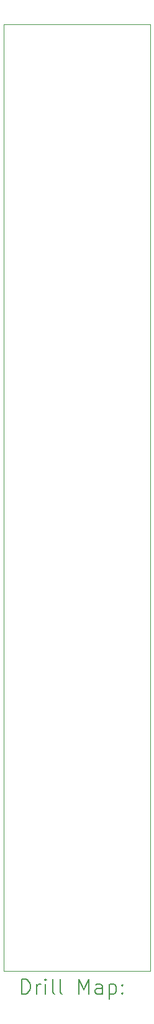
<source format=gbr>
%TF.GenerationSoftware,KiCad,Pcbnew,7.0.1.1-36-gbcf78dbe24-dirty-deb11*%
%TF.CreationDate,Date%
%TF.ProjectId,RP2040-VCO,52503230-3430-42d5-9643-4f2e6b696361,rev?*%
%TF.SameCoordinates,Original*%
%TF.FileFunction,Drillmap*%
%TF.FilePolarity,Positive*%
%FSLAX45Y45*%
G04 Gerber Fmt 4.5, Leading zero omitted, Abs format (unit mm)*
G04 Created by KiCad*
%MOMM*%
%LPD*%
G01*
G04 APERTURE LIST*
%ADD10C,0.050000*%
%ADD11C,0.200000*%
G04 APERTURE END LIST*
D10*
X13150000Y-2700000D02*
X13150000Y-15550000D01*
X11150000Y-15550000D02*
X11150000Y-15100000D01*
X11150000Y-2700000D02*
X11150000Y-15100000D01*
X13150000Y-15550000D02*
X11150000Y-15550000D01*
X11150000Y-2700000D02*
X13150000Y-2700000D01*
D11*
X11395119Y-15865024D02*
X11395119Y-15665024D01*
X11395119Y-15665024D02*
X11442738Y-15665024D01*
X11442738Y-15665024D02*
X11471309Y-15674548D01*
X11471309Y-15674548D02*
X11490357Y-15693595D01*
X11490357Y-15693595D02*
X11499881Y-15712643D01*
X11499881Y-15712643D02*
X11509405Y-15750738D01*
X11509405Y-15750738D02*
X11509405Y-15779309D01*
X11509405Y-15779309D02*
X11499881Y-15817405D01*
X11499881Y-15817405D02*
X11490357Y-15836452D01*
X11490357Y-15836452D02*
X11471309Y-15855500D01*
X11471309Y-15855500D02*
X11442738Y-15865024D01*
X11442738Y-15865024D02*
X11395119Y-15865024D01*
X11595119Y-15865024D02*
X11595119Y-15731690D01*
X11595119Y-15769786D02*
X11604643Y-15750738D01*
X11604643Y-15750738D02*
X11614166Y-15741214D01*
X11614166Y-15741214D02*
X11633214Y-15731690D01*
X11633214Y-15731690D02*
X11652262Y-15731690D01*
X11718928Y-15865024D02*
X11718928Y-15731690D01*
X11718928Y-15665024D02*
X11709405Y-15674548D01*
X11709405Y-15674548D02*
X11718928Y-15684071D01*
X11718928Y-15684071D02*
X11728452Y-15674548D01*
X11728452Y-15674548D02*
X11718928Y-15665024D01*
X11718928Y-15665024D02*
X11718928Y-15684071D01*
X11842738Y-15865024D02*
X11823690Y-15855500D01*
X11823690Y-15855500D02*
X11814166Y-15836452D01*
X11814166Y-15836452D02*
X11814166Y-15665024D01*
X11947500Y-15865024D02*
X11928452Y-15855500D01*
X11928452Y-15855500D02*
X11918928Y-15836452D01*
X11918928Y-15836452D02*
X11918928Y-15665024D01*
X12176071Y-15865024D02*
X12176071Y-15665024D01*
X12176071Y-15665024D02*
X12242738Y-15807881D01*
X12242738Y-15807881D02*
X12309405Y-15665024D01*
X12309405Y-15665024D02*
X12309405Y-15865024D01*
X12490357Y-15865024D02*
X12490357Y-15760262D01*
X12490357Y-15760262D02*
X12480833Y-15741214D01*
X12480833Y-15741214D02*
X12461786Y-15731690D01*
X12461786Y-15731690D02*
X12423690Y-15731690D01*
X12423690Y-15731690D02*
X12404643Y-15741214D01*
X12490357Y-15855500D02*
X12471309Y-15865024D01*
X12471309Y-15865024D02*
X12423690Y-15865024D01*
X12423690Y-15865024D02*
X12404643Y-15855500D01*
X12404643Y-15855500D02*
X12395119Y-15836452D01*
X12395119Y-15836452D02*
X12395119Y-15817405D01*
X12395119Y-15817405D02*
X12404643Y-15798357D01*
X12404643Y-15798357D02*
X12423690Y-15788833D01*
X12423690Y-15788833D02*
X12471309Y-15788833D01*
X12471309Y-15788833D02*
X12490357Y-15779309D01*
X12585595Y-15731690D02*
X12585595Y-15931690D01*
X12585595Y-15741214D02*
X12604643Y-15731690D01*
X12604643Y-15731690D02*
X12642738Y-15731690D01*
X12642738Y-15731690D02*
X12661786Y-15741214D01*
X12661786Y-15741214D02*
X12671309Y-15750738D01*
X12671309Y-15750738D02*
X12680833Y-15769786D01*
X12680833Y-15769786D02*
X12680833Y-15826928D01*
X12680833Y-15826928D02*
X12671309Y-15845976D01*
X12671309Y-15845976D02*
X12661786Y-15855500D01*
X12661786Y-15855500D02*
X12642738Y-15865024D01*
X12642738Y-15865024D02*
X12604643Y-15865024D01*
X12604643Y-15865024D02*
X12585595Y-15855500D01*
X12766547Y-15845976D02*
X12776071Y-15855500D01*
X12776071Y-15855500D02*
X12766547Y-15865024D01*
X12766547Y-15865024D02*
X12757024Y-15855500D01*
X12757024Y-15855500D02*
X12766547Y-15845976D01*
X12766547Y-15845976D02*
X12766547Y-15865024D01*
X12766547Y-15741214D02*
X12776071Y-15750738D01*
X12776071Y-15750738D02*
X12766547Y-15760262D01*
X12766547Y-15760262D02*
X12757024Y-15750738D01*
X12757024Y-15750738D02*
X12766547Y-15741214D01*
X12766547Y-15741214D02*
X12766547Y-15760262D01*
M02*

</source>
